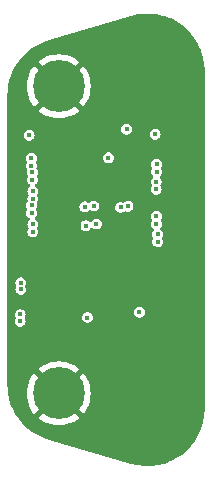
<source format=gbr>
%TF.GenerationSoftware,KiCad,Pcbnew,7.0.10*%
%TF.CreationDate,2024-02-01T11:04:59-05:00*%
%TF.ProjectId,quad_payload_adapter,71756164-5f70-4617-996c-6f61645f6164,rev?*%
%TF.SameCoordinates,Original*%
%TF.FileFunction,Copper,L2,Inr*%
%TF.FilePolarity,Positive*%
%FSLAX46Y46*%
G04 Gerber Fmt 4.6, Leading zero omitted, Abs format (unit mm)*
G04 Created by KiCad (PCBNEW 7.0.10) date 2024-02-01 11:04:59*
%MOMM*%
%LPD*%
G01*
G04 APERTURE LIST*
%TA.AperFunction,ComponentPad*%
%ADD10C,4.400000*%
%TD*%
%TA.AperFunction,ViaPad*%
%ADD11C,0.400000*%
%TD*%
G04 APERTURE END LIST*
D10*
%TO.N,GND*%
%TO.C,H1*%
X96000000Y-87000000D03*
%TD*%
%TO.N,GND*%
%TO.C,H2*%
X96000000Y-113000000D03*
%TD*%
D11*
%TO.N,CAM1_C_P*%
X101244400Y-97256600D03*
%TO.N,GND*%
X95504000Y-96774000D03*
X96316800Y-102514400D03*
X96266000Y-98298000D03*
X95707200Y-98272600D03*
X104089200Y-100660200D03*
X102158800Y-99085400D03*
X104495600Y-97231200D03*
X102057200Y-95859600D03*
X101955600Y-93675200D03*
X101955600Y-91567000D03*
%TO.N,CAM_GPIO*%
X100203000Y-93040200D03*
%TO.N,+3.3V*%
X98425000Y-106578400D03*
%TO.N,+VIN_PROT_PAYLOAD*%
X102819200Y-106121200D03*
%TO.N,GND*%
X96393000Y-95402400D03*
X95681800Y-95427802D03*
X95631000Y-93980000D03*
X95961200Y-92837000D03*
X95961200Y-106705400D03*
X96342200Y-104597200D03*
X95681800Y-104597200D03*
X93751400Y-101803200D03*
%TO.N,CAM_GPIO*%
X93497400Y-91135200D03*
%TO.N,SCL0*%
X104165400Y-91059000D03*
%TO.N,SDA0*%
X101752400Y-90627200D03*
%TO.N,GND*%
X102031800Y-94589600D03*
%TO.N,CAM1_D2_N*%
X104241600Y-95728130D03*
%TO.N,CAM1_D2_P*%
X104241600Y-95076670D03*
%TO.N,CAM1_D3_N*%
X104292400Y-94229530D03*
%TO.N,CAM1_D3_P*%
X104292400Y-93578070D03*
%TO.N,CAM1_D3_N*%
X93687668Y-93074270D03*
%TO.N,CAM1_D3_P*%
X93687668Y-93725730D03*
%TO.N,CAM1_D0_P*%
X93799153Y-99325730D03*
%TO.N,CAM1_D0_N*%
X93799153Y-98674270D03*
%TO.N,CAM1_D1_P*%
X93692365Y-97725730D03*
%TO.N,CAM1_D1_N*%
X93692365Y-97074270D03*
%TO.N,CAM1_C_N*%
X93811211Y-95874270D03*
%TO.N,CAM1_C_P*%
X93811211Y-96525730D03*
%TO.N,CAM1_D2_N*%
X93770992Y-94274270D03*
%TO.N,CAM1_D2_P*%
X93770992Y-94925730D03*
%TO.N,CAM1_C_N*%
X101867665Y-97165729D03*
%TO.N,CAM1_D1_N*%
X104267000Y-98665730D03*
%TO.N,CAM1_D1_P*%
X104267000Y-98014270D03*
%TO.N,CAM1_D0_N*%
X104368600Y-100165729D03*
%TO.N,CAM1_D0_P*%
X104368600Y-99514269D03*
%TO.N,GND*%
X100830000Y-89330000D03*
X105750000Y-85640000D03*
X106850000Y-88420000D03*
X106930000Y-102250000D03*
X104120000Y-111010000D03*
X104170000Y-107950000D03*
X99187000Y-99644200D03*
%TO.N,USB2_SSTX+*%
X98300000Y-98790000D03*
%TO.N,USB2_SSTX-*%
X99190000Y-98656500D03*
%TO.N,USB2_SSRX+*%
X98210000Y-97200000D03*
%TO.N,USB2_SSRX-*%
X98970000Y-97136500D03*
%TO.N,ETH_PAYLOAD_TX_POSTMAG_N*%
X92730000Y-106886360D03*
%TO.N,ETH_PAYLOAD_TX_POSTMAG_P*%
X92730000Y-106313640D03*
%TO.N,ETH_PAYLOAD_RX_POSTMAG_N*%
X92786465Y-104191360D03*
%TO.N,ETH_PAYLOAD_RX_POSTMAG_P*%
X92786465Y-103618640D03*
%TD*%
%TA.AperFunction,Conductor*%
%TO.N,GND*%
G36*
X103851497Y-80845068D02*
G01*
X103866065Y-80846132D01*
X104405793Y-80917727D01*
X104419927Y-80920444D01*
X104942206Y-81052721D01*
X104955690Y-81056970D01*
X105324983Y-81196959D01*
X105456095Y-81246660D01*
X105468857Y-81252339D01*
X105641788Y-81341282D01*
X105942913Y-81496159D01*
X105954830Y-81503156D01*
X106397991Y-81797774D01*
X106409022Y-81806028D01*
X106816705Y-82148043D01*
X106826793Y-82157514D01*
X107194476Y-82543516D01*
X107203515Y-82554145D01*
X107487307Y-82928707D01*
X107526685Y-82980680D01*
X107534580Y-82992439D01*
X107808845Y-83456159D01*
X107815442Y-83468956D01*
X108036412Y-83966529D01*
X108041552Y-83980229D01*
X108204907Y-84508565D01*
X108208431Y-84522962D01*
X108309770Y-85079055D01*
X108311557Y-85093868D01*
X108345350Y-85657752D01*
X108346878Y-85683240D01*
X108347100Y-85690658D01*
X108347100Y-114309340D01*
X108346878Y-114316758D01*
X108311557Y-114906129D01*
X108309770Y-114920942D01*
X108208431Y-115477035D01*
X108204907Y-115491432D01*
X108041552Y-116019768D01*
X108036412Y-116033468D01*
X107815442Y-116531041D01*
X107808845Y-116543838D01*
X107534580Y-117007558D01*
X107526685Y-117019317D01*
X107203520Y-117445846D01*
X107194471Y-117456487D01*
X106826795Y-117842481D01*
X106816705Y-117851954D01*
X106409029Y-118193964D01*
X106397983Y-118202229D01*
X105954839Y-118496836D01*
X105942904Y-118503843D01*
X105468857Y-118747658D01*
X105456095Y-118753337D01*
X104955703Y-118943023D01*
X104942194Y-118947279D01*
X104419929Y-119079552D01*
X104405791Y-119082270D01*
X103866077Y-119153864D01*
X103851484Y-119154929D01*
X103298540Y-119162567D01*
X103283733Y-119161886D01*
X102721638Y-119102195D01*
X102706922Y-119099729D01*
X102131539Y-118967314D01*
X102124360Y-118965434D01*
X95137767Y-116910556D01*
X95132918Y-116909021D01*
X94758058Y-116781847D01*
X94748582Y-116778193D01*
X94395157Y-116625004D01*
X94386073Y-116620620D01*
X94049640Y-116441013D01*
X94041007Y-116435946D01*
X93722640Y-116231379D01*
X93714503Y-116225677D01*
X93415267Y-115997596D01*
X93407662Y-115991306D01*
X93128645Y-115741165D01*
X93121600Y-115734327D01*
X92926317Y-115529160D01*
X92863919Y-115463603D01*
X92857460Y-115456258D01*
X92622218Y-115166419D01*
X92616363Y-115158593D01*
X92404681Y-114851130D01*
X92399454Y-114842859D01*
X92331322Y-114724968D01*
X92212431Y-114519245D01*
X92207863Y-114510564D01*
X92110675Y-114306686D01*
X92046612Y-114172294D01*
X92042724Y-114163226D01*
X91990195Y-114025850D01*
X91908350Y-113811802D01*
X91905177Y-113802390D01*
X91904397Y-113799729D01*
X91798746Y-113439212D01*
X91796328Y-113429526D01*
X91718947Y-113056077D01*
X91717309Y-113046156D01*
X91711606Y-113000000D01*
X93295065Y-113000000D01*
X93314786Y-113326038D01*
X93373667Y-113647341D01*
X93470835Y-113959164D01*
X93470839Y-113959175D01*
X93604897Y-114257041D01*
X93604898Y-114257043D01*
X93773881Y-114536576D01*
X93921476Y-114724968D01*
X95064210Y-113582234D01*
X95164894Y-113723624D01*
X95316932Y-113868592D01*
X95419222Y-113934330D01*
X94275030Y-115078522D01*
X94275030Y-115078523D01*
X94463423Y-115226118D01*
X94742956Y-115395101D01*
X94742958Y-115395102D01*
X95040824Y-115529160D01*
X95040835Y-115529164D01*
X95352658Y-115626332D01*
X95673961Y-115685213D01*
X96000000Y-115704934D01*
X96326038Y-115685213D01*
X96647341Y-115626332D01*
X96959164Y-115529164D01*
X96959175Y-115529160D01*
X97257041Y-115395102D01*
X97257043Y-115395101D01*
X97536586Y-115226112D01*
X97724968Y-115078523D01*
X97724968Y-115078522D01*
X96583306Y-113936859D01*
X96597410Y-113929589D01*
X96762540Y-113799729D01*
X96900110Y-113640965D01*
X96934665Y-113581112D01*
X98078522Y-114724968D01*
X98078523Y-114724968D01*
X98226112Y-114536586D01*
X98395101Y-114257043D01*
X98395102Y-114257041D01*
X98529160Y-113959175D01*
X98529164Y-113959164D01*
X98626332Y-113647341D01*
X98685213Y-113326038D01*
X98704934Y-113000000D01*
X98685213Y-112673961D01*
X98626332Y-112352658D01*
X98529164Y-112040835D01*
X98529160Y-112040824D01*
X98395102Y-111742958D01*
X98395101Y-111742956D01*
X98226118Y-111463423D01*
X98078522Y-111275030D01*
X96935788Y-112417764D01*
X96835106Y-112276376D01*
X96683068Y-112131408D01*
X96580776Y-112065669D01*
X97724968Y-110921476D01*
X97536576Y-110773881D01*
X97257043Y-110604898D01*
X97257041Y-110604897D01*
X96959175Y-110470839D01*
X96959164Y-110470835D01*
X96647341Y-110373667D01*
X96326038Y-110314786D01*
X96000000Y-110295065D01*
X95673961Y-110314786D01*
X95352658Y-110373667D01*
X95040835Y-110470835D01*
X95040824Y-110470839D01*
X94742958Y-110604897D01*
X94742956Y-110604898D01*
X94463422Y-110773881D01*
X94463416Y-110773886D01*
X94275030Y-110921474D01*
X94275029Y-110921476D01*
X95416693Y-112063140D01*
X95402590Y-112070411D01*
X95237460Y-112200271D01*
X95099890Y-112359035D01*
X95065334Y-112418887D01*
X93921476Y-111275029D01*
X93921474Y-111275030D01*
X93773886Y-111463416D01*
X93773881Y-111463422D01*
X93604898Y-111742956D01*
X93604897Y-111742958D01*
X93470839Y-112040824D01*
X93470835Y-112040835D01*
X93373667Y-112352658D01*
X93314786Y-112673961D01*
X93295065Y-113000000D01*
X91711606Y-113000000D01*
X91670065Y-112663827D01*
X91669236Y-112653736D01*
X91653004Y-112258204D01*
X91652900Y-112253120D01*
X91652900Y-106886360D01*
X92270826Y-106886360D01*
X92289425Y-107015722D01*
X92289426Y-107015727D01*
X92343717Y-107134606D01*
X92343718Y-107134608D01*
X92429305Y-107233381D01*
X92539252Y-107304039D01*
X92539254Y-107304039D01*
X92539255Y-107304040D01*
X92664652Y-107340860D01*
X92664653Y-107340860D01*
X92795347Y-107340860D01*
X92920748Y-107304039D01*
X93030695Y-107233381D01*
X93116282Y-107134608D01*
X93170574Y-107015724D01*
X93189174Y-106886360D01*
X93170574Y-106756996D01*
X93122400Y-106651510D01*
X93112457Y-106582353D01*
X93113618Y-106578400D01*
X97965826Y-106578400D01*
X97984425Y-106707762D01*
X97984426Y-106707767D01*
X98038717Y-106826646D01*
X98038718Y-106826648D01*
X98124305Y-106925421D01*
X98234252Y-106996079D01*
X98234254Y-106996079D01*
X98234255Y-106996080D01*
X98359652Y-107032900D01*
X98359653Y-107032900D01*
X98490347Y-107032900D01*
X98615748Y-106996079D01*
X98725695Y-106925421D01*
X98811282Y-106826648D01*
X98865574Y-106707764D01*
X98884174Y-106578400D01*
X98865574Y-106449036D01*
X98865573Y-106449035D01*
X98865573Y-106449032D01*
X98811282Y-106330153D01*
X98811282Y-106330152D01*
X98725695Y-106231379D01*
X98615748Y-106160721D01*
X98615746Y-106160720D01*
X98615744Y-106160719D01*
X98490348Y-106123900D01*
X98490347Y-106123900D01*
X98359653Y-106123900D01*
X98359652Y-106123900D01*
X98234255Y-106160719D01*
X98124306Y-106231378D01*
X98038719Y-106330150D01*
X98038717Y-106330153D01*
X97984426Y-106449032D01*
X97984425Y-106449037D01*
X97965826Y-106578400D01*
X93113618Y-106578400D01*
X93122401Y-106548489D01*
X93170574Y-106443004D01*
X93189174Y-106313640D01*
X93170574Y-106184276D01*
X93170573Y-106184275D01*
X93170573Y-106184272D01*
X93141769Y-106121200D01*
X102360026Y-106121200D01*
X102378625Y-106250562D01*
X102378626Y-106250567D01*
X102432917Y-106369446D01*
X102432918Y-106369448D01*
X102518505Y-106468221D01*
X102628452Y-106538879D01*
X102628454Y-106538879D01*
X102628455Y-106538880D01*
X102753852Y-106575700D01*
X102753853Y-106575700D01*
X102884547Y-106575700D01*
X103009948Y-106538879D01*
X103119895Y-106468221D01*
X103205482Y-106369448D01*
X103259774Y-106250564D01*
X103278374Y-106121200D01*
X103259774Y-105991836D01*
X103259773Y-105991835D01*
X103259773Y-105991832D01*
X103205482Y-105872953D01*
X103205482Y-105872952D01*
X103119895Y-105774179D01*
X103009948Y-105703521D01*
X103009946Y-105703520D01*
X103009944Y-105703519D01*
X102884548Y-105666700D01*
X102884547Y-105666700D01*
X102753853Y-105666700D01*
X102753852Y-105666700D01*
X102628455Y-105703519D01*
X102518506Y-105774178D01*
X102432919Y-105872950D01*
X102432917Y-105872953D01*
X102378626Y-105991832D01*
X102378625Y-105991837D01*
X102360026Y-106121200D01*
X93141769Y-106121200D01*
X93116282Y-106065393D01*
X93116282Y-106065392D01*
X93030695Y-105966619D01*
X92920748Y-105895961D01*
X92920746Y-105895960D01*
X92920744Y-105895959D01*
X92795348Y-105859140D01*
X92795347Y-105859140D01*
X92664653Y-105859140D01*
X92664652Y-105859140D01*
X92539255Y-105895959D01*
X92429306Y-105966618D01*
X92343719Y-106065390D01*
X92343717Y-106065393D01*
X92289426Y-106184272D01*
X92289425Y-106184277D01*
X92270826Y-106313640D01*
X92289425Y-106443002D01*
X92289426Y-106443004D01*
X92337598Y-106548488D01*
X92337599Y-106548489D01*
X92347542Y-106617647D01*
X92337599Y-106651510D01*
X92331881Y-106664031D01*
X92289426Y-106756995D01*
X92289425Y-106756997D01*
X92270826Y-106886360D01*
X91652900Y-106886360D01*
X91652900Y-104191360D01*
X92327291Y-104191360D01*
X92345890Y-104320722D01*
X92345891Y-104320727D01*
X92400182Y-104439606D01*
X92400183Y-104439608D01*
X92485770Y-104538381D01*
X92595717Y-104609039D01*
X92595719Y-104609039D01*
X92595720Y-104609040D01*
X92721117Y-104645860D01*
X92721118Y-104645860D01*
X92851812Y-104645860D01*
X92977213Y-104609039D01*
X93087160Y-104538381D01*
X93172747Y-104439608D01*
X93227039Y-104320724D01*
X93245639Y-104191360D01*
X93227039Y-104061996D01*
X93178865Y-103956510D01*
X93168922Y-103887353D01*
X93178866Y-103853489D01*
X93227039Y-103748004D01*
X93245639Y-103618640D01*
X93227039Y-103489276D01*
X93227038Y-103489275D01*
X93227038Y-103489272D01*
X93172747Y-103370393D01*
X93172747Y-103370392D01*
X93087160Y-103271619D01*
X92977213Y-103200961D01*
X92977211Y-103200960D01*
X92977209Y-103200959D01*
X92851813Y-103164140D01*
X92851812Y-103164140D01*
X92721118Y-103164140D01*
X92721117Y-103164140D01*
X92595720Y-103200959D01*
X92485771Y-103271618D01*
X92400184Y-103370390D01*
X92400182Y-103370393D01*
X92345891Y-103489272D01*
X92345890Y-103489277D01*
X92327291Y-103618640D01*
X92345890Y-103748002D01*
X92345891Y-103748004D01*
X92394063Y-103853488D01*
X92394064Y-103853489D01*
X92404007Y-103922647D01*
X92394064Y-103956510D01*
X92388346Y-103969031D01*
X92345891Y-104061995D01*
X92345890Y-104061997D01*
X92327291Y-104191360D01*
X91652900Y-104191360D01*
X91652900Y-93725730D01*
X93228494Y-93725730D01*
X93247093Y-93855092D01*
X93247094Y-93855097D01*
X93301385Y-93973976D01*
X93301387Y-93973979D01*
X93319330Y-93994686D01*
X93348355Y-94058241D01*
X93338413Y-94127398D01*
X93330418Y-94144905D01*
X93330417Y-94144907D01*
X93311818Y-94274270D01*
X93330417Y-94403632D01*
X93330418Y-94403637D01*
X93384709Y-94522516D01*
X93389507Y-94529982D01*
X93387256Y-94531427D01*
X93410513Y-94582375D01*
X93400557Y-94651531D01*
X93388919Y-94669640D01*
X93389507Y-94670018D01*
X93384709Y-94677483D01*
X93330418Y-94796362D01*
X93330417Y-94796367D01*
X93311818Y-94925730D01*
X93330417Y-95055092D01*
X93330418Y-95055097D01*
X93384709Y-95173976D01*
X93384710Y-95173978D01*
X93470297Y-95272751D01*
X93526091Y-95308607D01*
X93571846Y-95361411D01*
X93581790Y-95430569D01*
X93552765Y-95494125D01*
X93526094Y-95517237D01*
X93510517Y-95527247D01*
X93424930Y-95626020D01*
X93424928Y-95626023D01*
X93370637Y-95744902D01*
X93370636Y-95744907D01*
X93352037Y-95874270D01*
X93370636Y-96003632D01*
X93370637Y-96003637D01*
X93424928Y-96122516D01*
X93429726Y-96129982D01*
X93427475Y-96131427D01*
X93450732Y-96182375D01*
X93440776Y-96251531D01*
X93429138Y-96269640D01*
X93429726Y-96270018D01*
X93424928Y-96277483D01*
X93370637Y-96396362D01*
X93370636Y-96396367D01*
X93352037Y-96525730D01*
X93370637Y-96655098D01*
X93372709Y-96662154D01*
X93372707Y-96732024D01*
X93347445Y-96778287D01*
X93306084Y-96826020D01*
X93306082Y-96826023D01*
X93251791Y-96944902D01*
X93251790Y-96944907D01*
X93233191Y-97074270D01*
X93251790Y-97203632D01*
X93251791Y-97203637D01*
X93306082Y-97322516D01*
X93310880Y-97329982D01*
X93308629Y-97331427D01*
X93331886Y-97382375D01*
X93321930Y-97451531D01*
X93310292Y-97469640D01*
X93310880Y-97470018D01*
X93306082Y-97477483D01*
X93251791Y-97596362D01*
X93251790Y-97596367D01*
X93233191Y-97725730D01*
X93251790Y-97855092D01*
X93251791Y-97855097D01*
X93306082Y-97973976D01*
X93306083Y-97973978D01*
X93391670Y-98072751D01*
X93391672Y-98072752D01*
X93391672Y-98072753D01*
X93482268Y-98130974D01*
X93528024Y-98183777D01*
X93537968Y-98252936D01*
X93508944Y-98316492D01*
X93500217Y-98325219D01*
X93412872Y-98426020D01*
X93412870Y-98426023D01*
X93358579Y-98544902D01*
X93358578Y-98544907D01*
X93339979Y-98674270D01*
X93358578Y-98803632D01*
X93358579Y-98803637D01*
X93412870Y-98922516D01*
X93417668Y-98929982D01*
X93415417Y-98931427D01*
X93438674Y-98982375D01*
X93428718Y-99051531D01*
X93417080Y-99069640D01*
X93417668Y-99070018D01*
X93412870Y-99077483D01*
X93358579Y-99196362D01*
X93358578Y-99196367D01*
X93339979Y-99325730D01*
X93358578Y-99455092D01*
X93358579Y-99455097D01*
X93412870Y-99573976D01*
X93412871Y-99573978D01*
X93498458Y-99672751D01*
X93608405Y-99743409D01*
X93608407Y-99743409D01*
X93608408Y-99743410D01*
X93733805Y-99780230D01*
X93733806Y-99780230D01*
X93864500Y-99780230D01*
X93989901Y-99743409D01*
X94099848Y-99672751D01*
X94185435Y-99573978D01*
X94239727Y-99455094D01*
X94258327Y-99325730D01*
X94239727Y-99196366D01*
X94239726Y-99196365D01*
X94239726Y-99196362D01*
X94189045Y-99085387D01*
X94185435Y-99077482D01*
X94185432Y-99077479D01*
X94180638Y-99070018D01*
X94182890Y-99068570D01*
X94159634Y-99017649D01*
X94169577Y-98948490D01*
X94181227Y-98930360D01*
X94180638Y-98929982D01*
X94185430Y-98922523D01*
X94185435Y-98922518D01*
X94239727Y-98803634D01*
X94241687Y-98790000D01*
X97840826Y-98790000D01*
X97859425Y-98919362D01*
X97859426Y-98919367D01*
X97911131Y-99032583D01*
X97913718Y-99038248D01*
X97999305Y-99137021D01*
X98109252Y-99207679D01*
X98109254Y-99207679D01*
X98109255Y-99207680D01*
X98234652Y-99244500D01*
X98234653Y-99244500D01*
X98365347Y-99244500D01*
X98490748Y-99207679D01*
X98600695Y-99137021D01*
X98686282Y-99038248D01*
X98686583Y-99037588D01*
X98687055Y-99037042D01*
X98691074Y-99030790D01*
X98691972Y-99031367D01*
X98732332Y-98984783D01*
X98799370Y-98965094D01*
X98866411Y-98984774D01*
X98882066Y-98998336D01*
X98882605Y-98997715D01*
X98889304Y-99003520D01*
X98889305Y-99003521D01*
X98999252Y-99074179D01*
X98999254Y-99074179D01*
X98999255Y-99074180D01*
X99124652Y-99111000D01*
X99124653Y-99111000D01*
X99255347Y-99111000D01*
X99380748Y-99074179D01*
X99490695Y-99003521D01*
X99576282Y-98904748D01*
X99614919Y-98820143D01*
X99630573Y-98785867D01*
X99630574Y-98785862D01*
X99647847Y-98665730D01*
X103807826Y-98665730D01*
X103826425Y-98795092D01*
X103826426Y-98795097D01*
X103876502Y-98904746D01*
X103880718Y-98913978D01*
X103966305Y-99012751D01*
X103997165Y-99032583D01*
X104042920Y-99085387D01*
X104052864Y-99154545D01*
X104023840Y-99218101D01*
X103982319Y-99266019D01*
X103982317Y-99266022D01*
X103928026Y-99384901D01*
X103928025Y-99384906D01*
X103909426Y-99514269D01*
X103928025Y-99643631D01*
X103928026Y-99643636D01*
X103982317Y-99762515D01*
X103987115Y-99769981D01*
X103984864Y-99771426D01*
X104008121Y-99822374D01*
X103998165Y-99891530D01*
X103986527Y-99909639D01*
X103987115Y-99910017D01*
X103982317Y-99917482D01*
X103928026Y-100036361D01*
X103928025Y-100036366D01*
X103909426Y-100165729D01*
X103928025Y-100295091D01*
X103928026Y-100295096D01*
X103982317Y-100413975D01*
X103982318Y-100413977D01*
X104067905Y-100512750D01*
X104177852Y-100583408D01*
X104177854Y-100583408D01*
X104177855Y-100583409D01*
X104303252Y-100620229D01*
X104303253Y-100620229D01*
X104433947Y-100620229D01*
X104559348Y-100583408D01*
X104669295Y-100512750D01*
X104754882Y-100413977D01*
X104809174Y-100295093D01*
X104827774Y-100165729D01*
X104809174Y-100036365D01*
X104809173Y-100036364D01*
X104809173Y-100036361D01*
X104754882Y-99917482D01*
X104754882Y-99917481D01*
X104754879Y-99917478D01*
X104750085Y-99910017D01*
X104752337Y-99908569D01*
X104729081Y-99857648D01*
X104739024Y-99788489D01*
X104750674Y-99770359D01*
X104750085Y-99769981D01*
X104754877Y-99762522D01*
X104754882Y-99762517D01*
X104809174Y-99643633D01*
X104827774Y-99514269D01*
X104809174Y-99384905D01*
X104809173Y-99384904D01*
X104809173Y-99384901D01*
X104754882Y-99266022D01*
X104754882Y-99266021D01*
X104669295Y-99167248D01*
X104638434Y-99147415D01*
X104592679Y-99094611D01*
X104582735Y-99025452D01*
X104611758Y-98961898D01*
X104653282Y-98913978D01*
X104703675Y-98803632D01*
X104707573Y-98795097D01*
X104707574Y-98795092D01*
X104708306Y-98790000D01*
X104726174Y-98665730D01*
X104707574Y-98536366D01*
X104707573Y-98536365D01*
X104707573Y-98536362D01*
X104664926Y-98442979D01*
X104653282Y-98417482D01*
X104653279Y-98417479D01*
X104648485Y-98410018D01*
X104650737Y-98408570D01*
X104627481Y-98357649D01*
X104637424Y-98288490D01*
X104649074Y-98270360D01*
X104648485Y-98269982D01*
X104653277Y-98262523D01*
X104653282Y-98262518D01*
X104707574Y-98143634D01*
X104726174Y-98014270D01*
X104707574Y-97884906D01*
X104707573Y-97884905D01*
X104707573Y-97884902D01*
X104653282Y-97766023D01*
X104653282Y-97766022D01*
X104567695Y-97667249D01*
X104457748Y-97596591D01*
X104457746Y-97596590D01*
X104457744Y-97596589D01*
X104332348Y-97559770D01*
X104332347Y-97559770D01*
X104201653Y-97559770D01*
X104201652Y-97559770D01*
X104076255Y-97596589D01*
X103966306Y-97667248D01*
X103966305Y-97667248D01*
X103966305Y-97667249D01*
X103960213Y-97674280D01*
X103880719Y-97766020D01*
X103880717Y-97766023D01*
X103826426Y-97884902D01*
X103826425Y-97884907D01*
X103807826Y-98014270D01*
X103826425Y-98143632D01*
X103826426Y-98143637D01*
X103880717Y-98262516D01*
X103885515Y-98269982D01*
X103883264Y-98271427D01*
X103906521Y-98322375D01*
X103896565Y-98391531D01*
X103884927Y-98409640D01*
X103885515Y-98410018D01*
X103880717Y-98417483D01*
X103826426Y-98536362D01*
X103826425Y-98536367D01*
X103807826Y-98665730D01*
X99647847Y-98665730D01*
X99649174Y-98656500D01*
X99630574Y-98527136D01*
X99630573Y-98527135D01*
X99630573Y-98527132D01*
X99592141Y-98442978D01*
X99576282Y-98408252D01*
X99490695Y-98309479D01*
X99380748Y-98238821D01*
X99380746Y-98238820D01*
X99380744Y-98238819D01*
X99255348Y-98202000D01*
X99255347Y-98202000D01*
X99124653Y-98202000D01*
X99124652Y-98202000D01*
X98999255Y-98238819D01*
X98889306Y-98309478D01*
X98803719Y-98408250D01*
X98803716Y-98408255D01*
X98803411Y-98408924D01*
X98802930Y-98409478D01*
X98798926Y-98415710D01*
X98798029Y-98415133D01*
X98757653Y-98461725D01*
X98690612Y-98481405D01*
X98623574Y-98461716D01*
X98607933Y-98448163D01*
X98607395Y-98448785D01*
X98600695Y-98442979D01*
X98600693Y-98442978D01*
X98490748Y-98372321D01*
X98490746Y-98372320D01*
X98490744Y-98372319D01*
X98365348Y-98335500D01*
X98365347Y-98335500D01*
X98234653Y-98335500D01*
X98234652Y-98335500D01*
X98109255Y-98372319D01*
X97999306Y-98442978D01*
X97913719Y-98541750D01*
X97913717Y-98541753D01*
X97859426Y-98660632D01*
X97859425Y-98660637D01*
X97840826Y-98790000D01*
X94241687Y-98790000D01*
X94258327Y-98674270D01*
X94239727Y-98544906D01*
X94239726Y-98544905D01*
X94239726Y-98544902D01*
X94185435Y-98426023D01*
X94185435Y-98426022D01*
X94099848Y-98327249D01*
X94009246Y-98269023D01*
X93963493Y-98216221D01*
X93953549Y-98147063D01*
X93982573Y-98083507D01*
X93991304Y-98074776D01*
X93993056Y-98072752D01*
X93993060Y-98072751D01*
X94078647Y-97973978D01*
X94132939Y-97855094D01*
X94151539Y-97725730D01*
X94132939Y-97596366D01*
X94132938Y-97596365D01*
X94132938Y-97596362D01*
X94091145Y-97504849D01*
X94078647Y-97477482D01*
X94078644Y-97477479D01*
X94073850Y-97470018D01*
X94076102Y-97468570D01*
X94052846Y-97417649D01*
X94062789Y-97348490D01*
X94074439Y-97330360D01*
X94073850Y-97329982D01*
X94078642Y-97322523D01*
X94078647Y-97322518D01*
X94132939Y-97203634D01*
X94133461Y-97200000D01*
X97750826Y-97200000D01*
X97769425Y-97329362D01*
X97769426Y-97329367D01*
X97809744Y-97417649D01*
X97823718Y-97448248D01*
X97909305Y-97547021D01*
X98019252Y-97617679D01*
X98019254Y-97617679D01*
X98019255Y-97617680D01*
X98144652Y-97654500D01*
X98144653Y-97654500D01*
X98275347Y-97654500D01*
X98400748Y-97617679D01*
X98510695Y-97547021D01*
X98532408Y-97521961D01*
X98591182Y-97484190D01*
X98661051Y-97484188D01*
X98693156Y-97498849D01*
X98779252Y-97554179D01*
X98779254Y-97554179D01*
X98779255Y-97554180D01*
X98904652Y-97591000D01*
X98904653Y-97591000D01*
X99035347Y-97591000D01*
X99160748Y-97554179D01*
X99270695Y-97483521D01*
X99356282Y-97384748D01*
X99410574Y-97265864D01*
X99411906Y-97256600D01*
X100785226Y-97256600D01*
X100803825Y-97385962D01*
X100803826Y-97385967D01*
X100845620Y-97477482D01*
X100858118Y-97504848D01*
X100943705Y-97603621D01*
X101053652Y-97674279D01*
X101053654Y-97674279D01*
X101053655Y-97674280D01*
X101179052Y-97711100D01*
X101179053Y-97711100D01*
X101309747Y-97711100D01*
X101435148Y-97674279D01*
X101545095Y-97603621D01*
X101545103Y-97603611D01*
X101545636Y-97603151D01*
X101546293Y-97602850D01*
X101552556Y-97598826D01*
X101553134Y-97599726D01*
X101609190Y-97574122D01*
X101667922Y-97582562D01*
X101668408Y-97580910D01*
X101802317Y-97620229D01*
X101802318Y-97620229D01*
X101933012Y-97620229D01*
X102058413Y-97583408D01*
X102168360Y-97512750D01*
X102253947Y-97413977D01*
X102295715Y-97322518D01*
X102308238Y-97295096D01*
X102308239Y-97295091D01*
X102312441Y-97265867D01*
X102326839Y-97165729D01*
X102308239Y-97036365D01*
X102308238Y-97036364D01*
X102308238Y-97036361D01*
X102266471Y-96944906D01*
X102253947Y-96917481D01*
X102168360Y-96818708D01*
X102058413Y-96748050D01*
X102058411Y-96748049D01*
X102058409Y-96748048D01*
X101933013Y-96711229D01*
X101933012Y-96711229D01*
X101802318Y-96711229D01*
X101802317Y-96711229D01*
X101676920Y-96748048D01*
X101566969Y-96818708D01*
X101566422Y-96819183D01*
X101565762Y-96819484D01*
X101559509Y-96823503D01*
X101558931Y-96822603D01*
X101502865Y-96848207D01*
X101444143Y-96839763D01*
X101443657Y-96841419D01*
X101309748Y-96802100D01*
X101309747Y-96802100D01*
X101179053Y-96802100D01*
X101179052Y-96802100D01*
X101053655Y-96838919D01*
X100943706Y-96909578D01*
X100858119Y-97008350D01*
X100858117Y-97008353D01*
X100803826Y-97127232D01*
X100803825Y-97127237D01*
X100785226Y-97256600D01*
X99411906Y-97256600D01*
X99429174Y-97136500D01*
X99410574Y-97007136D01*
X99410573Y-97007135D01*
X99410573Y-97007132D01*
X99369629Y-96917479D01*
X99356282Y-96888252D01*
X99270695Y-96789479D01*
X99160748Y-96718821D01*
X99160746Y-96718820D01*
X99160744Y-96718819D01*
X99035348Y-96682000D01*
X99035347Y-96682000D01*
X98904653Y-96682000D01*
X98904652Y-96682000D01*
X98779255Y-96718819D01*
X98669305Y-96789478D01*
X98647592Y-96814537D01*
X98588813Y-96852311D01*
X98518944Y-96852310D01*
X98486842Y-96837649D01*
X98411886Y-96789479D01*
X98400748Y-96782321D01*
X98400747Y-96782320D01*
X98400746Y-96782320D01*
X98275348Y-96745500D01*
X98275347Y-96745500D01*
X98144653Y-96745500D01*
X98144652Y-96745500D01*
X98019255Y-96782319D01*
X97909306Y-96852978D01*
X97823719Y-96951750D01*
X97823717Y-96951753D01*
X97769426Y-97070632D01*
X97769425Y-97070637D01*
X97750826Y-97200000D01*
X94133461Y-97200000D01*
X94151539Y-97074270D01*
X94137615Y-96977427D01*
X94132939Y-96944904D01*
X94130868Y-96937852D01*
X94130866Y-96867982D01*
X94156130Y-96821713D01*
X94197493Y-96773978D01*
X94248561Y-96662154D01*
X94251784Y-96655097D01*
X94251785Y-96655092D01*
X94270385Y-96525730D01*
X94251785Y-96396366D01*
X94251784Y-96396365D01*
X94251784Y-96396362D01*
X94197493Y-96277483D01*
X94197493Y-96277482D01*
X94197490Y-96277479D01*
X94192696Y-96270018D01*
X94194948Y-96268570D01*
X94171692Y-96217649D01*
X94181635Y-96148490D01*
X94193285Y-96130360D01*
X94192696Y-96129982D01*
X94197488Y-96122523D01*
X94197493Y-96122518D01*
X94251785Y-96003634D01*
X94270385Y-95874270D01*
X94251785Y-95744906D01*
X94251784Y-95744905D01*
X94251784Y-95744902D01*
X94244124Y-95728130D01*
X103782426Y-95728130D01*
X103801025Y-95857492D01*
X103801026Y-95857497D01*
X103855317Y-95976376D01*
X103855318Y-95976378D01*
X103940905Y-96075151D01*
X104050852Y-96145809D01*
X104050854Y-96145809D01*
X104050855Y-96145810D01*
X104176252Y-96182630D01*
X104176253Y-96182630D01*
X104306947Y-96182630D01*
X104432348Y-96145809D01*
X104542295Y-96075151D01*
X104627882Y-95976378D01*
X104682174Y-95857494D01*
X104700774Y-95728130D01*
X104682174Y-95598766D01*
X104682173Y-95598765D01*
X104682173Y-95598762D01*
X104627882Y-95479883D01*
X104627882Y-95479882D01*
X104627879Y-95479879D01*
X104623085Y-95472418D01*
X104625337Y-95470970D01*
X104602081Y-95420049D01*
X104612024Y-95350890D01*
X104623674Y-95332760D01*
X104623085Y-95332382D01*
X104627877Y-95324923D01*
X104627882Y-95324918D01*
X104682174Y-95206034D01*
X104700774Y-95076670D01*
X104682174Y-94947306D01*
X104682173Y-94947305D01*
X104682173Y-94947302D01*
X104627882Y-94828423D01*
X104627882Y-94828422D01*
X104568967Y-94760430D01*
X104539943Y-94696876D01*
X104549887Y-94627718D01*
X104587789Y-94583975D01*
X104586390Y-94582361D01*
X104593087Y-94576555D01*
X104593095Y-94576551D01*
X104678682Y-94477778D01*
X104732974Y-94358894D01*
X104751574Y-94229530D01*
X104732974Y-94100166D01*
X104732973Y-94100165D01*
X104732973Y-94100162D01*
X104698000Y-94023584D01*
X104678682Y-93981282D01*
X104678679Y-93981279D01*
X104673885Y-93973818D01*
X104676137Y-93972370D01*
X104652881Y-93921449D01*
X104662824Y-93852290D01*
X104674474Y-93834160D01*
X104673885Y-93833782D01*
X104678677Y-93826323D01*
X104678682Y-93826318D01*
X104732974Y-93707434D01*
X104751574Y-93578070D01*
X104732974Y-93448706D01*
X104732973Y-93448705D01*
X104732973Y-93448702D01*
X104679415Y-93331427D01*
X104678682Y-93329822D01*
X104593095Y-93231049D01*
X104483148Y-93160391D01*
X104483146Y-93160390D01*
X104483144Y-93160389D01*
X104357748Y-93123570D01*
X104357747Y-93123570D01*
X104227053Y-93123570D01*
X104227052Y-93123570D01*
X104101655Y-93160389D01*
X103991706Y-93231048D01*
X103906119Y-93329820D01*
X103906117Y-93329823D01*
X103851826Y-93448702D01*
X103851825Y-93448707D01*
X103833226Y-93578070D01*
X103851825Y-93707432D01*
X103851826Y-93707437D01*
X103906117Y-93826316D01*
X103910915Y-93833782D01*
X103908664Y-93835227D01*
X103931921Y-93886175D01*
X103921965Y-93955331D01*
X103910327Y-93973440D01*
X103910915Y-93973818D01*
X103906117Y-93981283D01*
X103851826Y-94100162D01*
X103851825Y-94100167D01*
X103833226Y-94229530D01*
X103851825Y-94358892D01*
X103851826Y-94358897D01*
X103906117Y-94477776D01*
X103906118Y-94477778D01*
X103951680Y-94530360D01*
X103965031Y-94545767D01*
X103994056Y-94609323D01*
X103984112Y-94678481D01*
X103946211Y-94722225D01*
X103947610Y-94723839D01*
X103940907Y-94729647D01*
X103855319Y-94828420D01*
X103855317Y-94828423D01*
X103801026Y-94947302D01*
X103801025Y-94947307D01*
X103782426Y-95076670D01*
X103801025Y-95206032D01*
X103801026Y-95206037D01*
X103855317Y-95324916D01*
X103860115Y-95332382D01*
X103857864Y-95333827D01*
X103881121Y-95384775D01*
X103871165Y-95453931D01*
X103859527Y-95472040D01*
X103860115Y-95472418D01*
X103855317Y-95479883D01*
X103801026Y-95598762D01*
X103801025Y-95598767D01*
X103782426Y-95728130D01*
X94244124Y-95728130D01*
X94197493Y-95626023D01*
X94197493Y-95626022D01*
X94111906Y-95527249D01*
X94056111Y-95491392D01*
X94010356Y-95438588D01*
X94000412Y-95369429D01*
X94029437Y-95305873D01*
X94056114Y-95282759D01*
X94071684Y-95272753D01*
X94071684Y-95272752D01*
X94071687Y-95272751D01*
X94157274Y-95173978D01*
X94211566Y-95055094D01*
X94230166Y-94925730D01*
X94211566Y-94796366D01*
X94211565Y-94796365D01*
X94211565Y-94796362D01*
X94157274Y-94677483D01*
X94157274Y-94677482D01*
X94157271Y-94677479D01*
X94152477Y-94670018D01*
X94154729Y-94668570D01*
X94131473Y-94617649D01*
X94141416Y-94548490D01*
X94153066Y-94530360D01*
X94152477Y-94529982D01*
X94157269Y-94522523D01*
X94157274Y-94522518D01*
X94211566Y-94403634D01*
X94230166Y-94274270D01*
X94211566Y-94144906D01*
X94211565Y-94144905D01*
X94211565Y-94144902D01*
X94157274Y-94026023D01*
X94157274Y-94026022D01*
X94139328Y-94005311D01*
X94110304Y-93941755D01*
X94120247Y-93872599D01*
X94128242Y-93855094D01*
X94146842Y-93725730D01*
X94128242Y-93596366D01*
X94128241Y-93596365D01*
X94128241Y-93596362D01*
X94073950Y-93477483D01*
X94073950Y-93477482D01*
X94073947Y-93477479D01*
X94069153Y-93470018D01*
X94071405Y-93468570D01*
X94048149Y-93417649D01*
X94058092Y-93348490D01*
X94069742Y-93330360D01*
X94069153Y-93329982D01*
X94073945Y-93322523D01*
X94073950Y-93322518D01*
X94128242Y-93203634D01*
X94146842Y-93074270D01*
X94141943Y-93040200D01*
X99743826Y-93040200D01*
X99762425Y-93169562D01*
X99762426Y-93169567D01*
X99816717Y-93288446D01*
X99816718Y-93288448D01*
X99902305Y-93387221D01*
X100012252Y-93457879D01*
X100012254Y-93457879D01*
X100012255Y-93457880D01*
X100137652Y-93494700D01*
X100137653Y-93494700D01*
X100268347Y-93494700D01*
X100393748Y-93457879D01*
X100503695Y-93387221D01*
X100589282Y-93288448D01*
X100643574Y-93169564D01*
X100662174Y-93040200D01*
X100643574Y-92910836D01*
X100643573Y-92910835D01*
X100643573Y-92910832D01*
X100608600Y-92834254D01*
X100589282Y-92791952D01*
X100503695Y-92693179D01*
X100393748Y-92622521D01*
X100393746Y-92622520D01*
X100393744Y-92622519D01*
X100268348Y-92585700D01*
X100268347Y-92585700D01*
X100137653Y-92585700D01*
X100137652Y-92585700D01*
X100012255Y-92622519D01*
X99902306Y-92693178D01*
X99816719Y-92791950D01*
X99816717Y-92791953D01*
X99762426Y-92910832D01*
X99762425Y-92910837D01*
X99743826Y-93040200D01*
X94141943Y-93040200D01*
X94128242Y-92944906D01*
X94128241Y-92944905D01*
X94128241Y-92944902D01*
X94073950Y-92826023D01*
X94073950Y-92826022D01*
X93988363Y-92727249D01*
X93878416Y-92656591D01*
X93878414Y-92656590D01*
X93878412Y-92656589D01*
X93753016Y-92619770D01*
X93753015Y-92619770D01*
X93622321Y-92619770D01*
X93622320Y-92619770D01*
X93496923Y-92656589D01*
X93386974Y-92727248D01*
X93301387Y-92826020D01*
X93301385Y-92826023D01*
X93247094Y-92944902D01*
X93247093Y-92944907D01*
X93228494Y-93074270D01*
X93247093Y-93203632D01*
X93247094Y-93203637D01*
X93301385Y-93322516D01*
X93306183Y-93329982D01*
X93303932Y-93331427D01*
X93327189Y-93382375D01*
X93317233Y-93451531D01*
X93305595Y-93469640D01*
X93306183Y-93470018D01*
X93301385Y-93477483D01*
X93247094Y-93596362D01*
X93247093Y-93596367D01*
X93228494Y-93725730D01*
X91652900Y-93725730D01*
X91652900Y-91135200D01*
X93038226Y-91135200D01*
X93056825Y-91264562D01*
X93056826Y-91264567D01*
X93111117Y-91383446D01*
X93111118Y-91383448D01*
X93196705Y-91482221D01*
X93306652Y-91552879D01*
X93306654Y-91552879D01*
X93306655Y-91552880D01*
X93432052Y-91589700D01*
X93432053Y-91589700D01*
X93562747Y-91589700D01*
X93688148Y-91552879D01*
X93798095Y-91482221D01*
X93883682Y-91383448D01*
X93937974Y-91264564D01*
X93956574Y-91135200D01*
X93937974Y-91005836D01*
X93937973Y-91005835D01*
X93937973Y-91005832D01*
X93883682Y-90886953D01*
X93883682Y-90886952D01*
X93798095Y-90788179D01*
X93688148Y-90717521D01*
X93688146Y-90717520D01*
X93688144Y-90717519D01*
X93562748Y-90680700D01*
X93562747Y-90680700D01*
X93432053Y-90680700D01*
X93432052Y-90680700D01*
X93306655Y-90717519D01*
X93196706Y-90788178D01*
X93111119Y-90886950D01*
X93111117Y-90886953D01*
X93056826Y-91005832D01*
X93056825Y-91005837D01*
X93038226Y-91135200D01*
X91652900Y-91135200D01*
X91652900Y-90627200D01*
X101293226Y-90627200D01*
X101311825Y-90756562D01*
X101311826Y-90756567D01*
X101366117Y-90875446D01*
X101366118Y-90875448D01*
X101451705Y-90974221D01*
X101561652Y-91044879D01*
X101561654Y-91044879D01*
X101561655Y-91044880D01*
X101687052Y-91081700D01*
X101687053Y-91081700D01*
X101817747Y-91081700D01*
X101895056Y-91059000D01*
X103706226Y-91059000D01*
X103724825Y-91188362D01*
X103724826Y-91188367D01*
X103759624Y-91264562D01*
X103779118Y-91307248D01*
X103864705Y-91406021D01*
X103974652Y-91476679D01*
X103974654Y-91476679D01*
X103974655Y-91476680D01*
X104100052Y-91513500D01*
X104100053Y-91513500D01*
X104230747Y-91513500D01*
X104356148Y-91476679D01*
X104466095Y-91406021D01*
X104551682Y-91307248D01*
X104605974Y-91188364D01*
X104624574Y-91059000D01*
X104605974Y-90929636D01*
X104605973Y-90929635D01*
X104605973Y-90929632D01*
X104551682Y-90810753D01*
X104551682Y-90810752D01*
X104466095Y-90711979D01*
X104356148Y-90641321D01*
X104356146Y-90641320D01*
X104356144Y-90641319D01*
X104230748Y-90604500D01*
X104230747Y-90604500D01*
X104100053Y-90604500D01*
X104100052Y-90604500D01*
X103974655Y-90641319D01*
X103864706Y-90711978D01*
X103779119Y-90810750D01*
X103779117Y-90810753D01*
X103724826Y-90929632D01*
X103724825Y-90929637D01*
X103706226Y-91059000D01*
X101895056Y-91059000D01*
X101943148Y-91044879D01*
X102053095Y-90974221D01*
X102138682Y-90875448D01*
X102192974Y-90756564D01*
X102211574Y-90627200D01*
X102192974Y-90497836D01*
X102192973Y-90497835D01*
X102192973Y-90497832D01*
X102138682Y-90378953D01*
X102138682Y-90378952D01*
X102053095Y-90280179D01*
X101943148Y-90209521D01*
X101943146Y-90209520D01*
X101943144Y-90209519D01*
X101817748Y-90172700D01*
X101817747Y-90172700D01*
X101687053Y-90172700D01*
X101687052Y-90172700D01*
X101561655Y-90209519D01*
X101451706Y-90280178D01*
X101366119Y-90378950D01*
X101366117Y-90378953D01*
X101311826Y-90497832D01*
X101311825Y-90497837D01*
X101293226Y-90627200D01*
X91652900Y-90627200D01*
X91652900Y-87746878D01*
X91653004Y-87741794D01*
X91664608Y-87459035D01*
X91669236Y-87346259D01*
X91670065Y-87336172D01*
X91711606Y-87000000D01*
X93295065Y-87000000D01*
X93314786Y-87326038D01*
X93373667Y-87647341D01*
X93470835Y-87959164D01*
X93470839Y-87959175D01*
X93604897Y-88257041D01*
X93604898Y-88257043D01*
X93773881Y-88536576D01*
X93921476Y-88724968D01*
X95064210Y-87582234D01*
X95164894Y-87723624D01*
X95316932Y-87868592D01*
X95419222Y-87934330D01*
X94275030Y-89078522D01*
X94275030Y-89078523D01*
X94463423Y-89226118D01*
X94742956Y-89395101D01*
X94742958Y-89395102D01*
X95040824Y-89529160D01*
X95040835Y-89529164D01*
X95352658Y-89626332D01*
X95673961Y-89685213D01*
X96000000Y-89704934D01*
X96326038Y-89685213D01*
X96647341Y-89626332D01*
X96959164Y-89529164D01*
X96959175Y-89529160D01*
X97257041Y-89395102D01*
X97257043Y-89395101D01*
X97536586Y-89226112D01*
X97724968Y-89078523D01*
X97724968Y-89078522D01*
X96583306Y-87936859D01*
X96597410Y-87929589D01*
X96762540Y-87799729D01*
X96900110Y-87640965D01*
X96934665Y-87581112D01*
X98078522Y-88724968D01*
X98078523Y-88724968D01*
X98226112Y-88536586D01*
X98395101Y-88257043D01*
X98395102Y-88257041D01*
X98529160Y-87959175D01*
X98529164Y-87959164D01*
X98626332Y-87647341D01*
X98685213Y-87326038D01*
X98704934Y-87000000D01*
X98685213Y-86673961D01*
X98626332Y-86352658D01*
X98529164Y-86040835D01*
X98529160Y-86040824D01*
X98395102Y-85742958D01*
X98395101Y-85742956D01*
X98226118Y-85463423D01*
X98078522Y-85275030D01*
X96935788Y-86417764D01*
X96835106Y-86276376D01*
X96683068Y-86131408D01*
X96580776Y-86065669D01*
X97724968Y-84921476D01*
X97536576Y-84773881D01*
X97257043Y-84604898D01*
X97257041Y-84604897D01*
X96959175Y-84470839D01*
X96959164Y-84470835D01*
X96647341Y-84373667D01*
X96326038Y-84314786D01*
X96000000Y-84295065D01*
X95673961Y-84314786D01*
X95352658Y-84373667D01*
X95040835Y-84470835D01*
X95040824Y-84470839D01*
X94742958Y-84604897D01*
X94742956Y-84604898D01*
X94463422Y-84773881D01*
X94463416Y-84773886D01*
X94275030Y-84921474D01*
X94275029Y-84921476D01*
X95416693Y-86063140D01*
X95402590Y-86070411D01*
X95237460Y-86200271D01*
X95099890Y-86359035D01*
X95065334Y-86418887D01*
X93921476Y-85275029D01*
X93921474Y-85275030D01*
X93773886Y-85463416D01*
X93773881Y-85463422D01*
X93604898Y-85742956D01*
X93604897Y-85742958D01*
X93470839Y-86040824D01*
X93470835Y-86040835D01*
X93373667Y-86352658D01*
X93314786Y-86673961D01*
X93295065Y-87000000D01*
X91711606Y-87000000D01*
X91717310Y-86953837D01*
X91718946Y-86943924D01*
X91796329Y-86570465D01*
X91798745Y-86560791D01*
X91905180Y-86197597D01*
X91908351Y-86188192D01*
X91930064Y-86131408D01*
X92042728Y-85836760D01*
X92046607Y-85827712D01*
X92207872Y-85489415D01*
X92212425Y-85480762D01*
X92399464Y-85157120D01*
X92404681Y-85148867D01*
X92616363Y-84841404D01*
X92622218Y-84833578D01*
X92670670Y-84773881D01*
X92857472Y-84543724D01*
X92863907Y-84536406D01*
X93121606Y-84265664D01*
X93128638Y-84258838D01*
X93407673Y-84008681D01*
X93415255Y-84002410D01*
X93714516Y-83774310D01*
X93722626Y-83768627D01*
X94041024Y-83564040D01*
X94049622Y-83558994D01*
X94386084Y-83379371D01*
X94395145Y-83374998D01*
X94748586Y-83221802D01*
X94758038Y-83218156D01*
X95132969Y-83090961D01*
X95137743Y-83089450D01*
X102124380Y-81034557D01*
X102131519Y-81032687D01*
X102706926Y-80900267D01*
X102721635Y-80897802D01*
X103283744Y-80838110D01*
X103298530Y-80837430D01*
X103851497Y-80845068D01*
G37*
%TD.AperFunction*%
%TD*%
M02*

</source>
